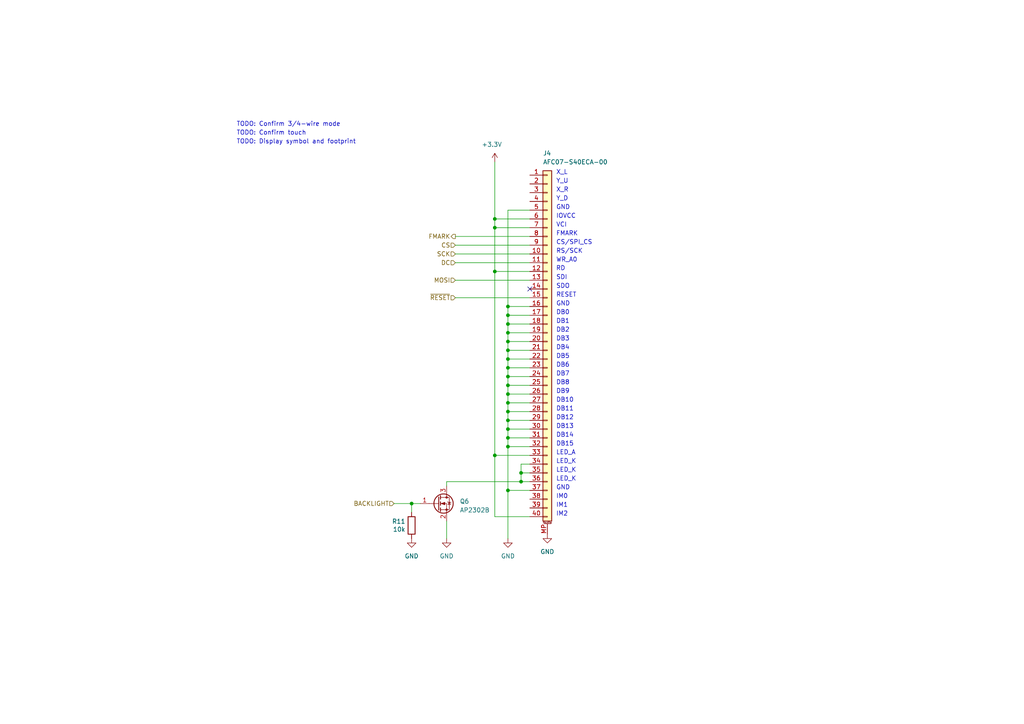
<source format=kicad_sch>
(kicad_sch (version 20230221) (generator eeschema)
  (paper "A4")
  (lib_symbols
    (symbol "Connector_Generic_MountingPin:Conn_01x40_MountingPin" (pin_names (offset 1.016) hide)
      (property "Reference" "J" (at 0 50.8 0))
      (property "Value" "Conn_01x40_MountingPin" (at 1.27 -53.34 0))
      (symbol "Conn_01x40_MountingPin_1_1"
        (rectangle (start -1.27 -50.673) (end 0 -50.927) (stroke (width 0.1524)))
        (rectangle (start -1.27 -48.133) (end 0 -48.387) (stroke (width 0.1524)))
        (rectangle (start -1.27 -45.593) (end 0 -45.847) (stroke (width 0.1524)))
        (rectangle (start -1.27 -43.053) (end 0 -43.307) (stroke (width 0.1524)))
        (rectangle (start -1.27 -40.513) (end 0 -40.767) (stroke (width 0.1524)))
        (rectangle (start -1.27 -37.973) (end 0 -38.227) (stroke (width 0.1524)))
        (rectangle (start -1.27 -35.433) (end 0 -35.687) (stroke (width 0.1524)))
        (rectangle (start -1.27 -32.893) (end 0 -33.147) (stroke (width 0.1524)))
        (rectangle (start -1.27 -30.353) (end 0 -30.607) (stroke (width 0.1524)))
        (rectangle (start -1.27 -27.813) (end 0 -28.067) (stroke (width 0.1524)))
        (rectangle (start -1.27 -25.273) (end 0 -25.527) (stroke (width 0.1524)))
        (rectangle (start -1.27 -22.733) (end 0 -22.987) (stroke (width 0.1524)))
        (rectangle (start -1.27 -20.193) (end 0 -20.447) (stroke (width 0.1524)))
        (rectangle (start -1.27 -17.653) (end 0 -17.907) (stroke (width 0.1524)))
        (rectangle (start -1.27 -15.113) (end 0 -15.367) (stroke (width 0.1524)))
        (rectangle (start -1.27 -12.573) (end 0 -12.827) (stroke (width 0.1524)))
        (rectangle (start -1.27 -10.033) (end 0 -10.287) (stroke (width 0.1524)))
        (rectangle (start -1.27 -7.493) (end 0 -7.747) (stroke (width 0.1524)))
        (rectangle (start -1.27 -4.953) (end 0 -5.207) (stroke (width 0.1524)))
        (rectangle (start -1.27 -2.413) (end 0 -2.667) (stroke (width 0.1524)))
        (rectangle (start -1.27 0.127) (end 0 -0.127) (stroke (width 0.1524)))
        (rectangle (start -1.27 2.667) (end 0 2.413) (stroke (width 0.1524)))
        (rectangle (start -1.27 5.207) (end 0 4.953) (stroke (width 0.1524)))
        (rectangle (start -1.27 7.747) (end 0 7.493) (stroke (width 0.1524)))
        (rectangle (start -1.27 10.287) (end 0 10.033) (stroke (width 0.1524)))
        (rectangle (start -1.27 12.827) (end 0 12.573) (stroke (width 0.1524)))
        (rectangle (start -1.27 15.367) (end 0 15.113) (stroke (width 0.1524)))
        (rectangle (start -1.27 17.907) (end 0 17.653) (stroke (width 0.1524)))
        (rectangle (start -1.27 20.447) (end 0 20.193) (stroke (width 0.1524)))
        (rectangle (start -1.27 22.987) (end 0 22.733) (stroke (width 0.1524)))
        (rectangle (start -1.27 25.527) (end 0 25.273) (stroke (width 0.1524)))
        (rectangle (start -1.27 28.067) (end 0 27.813) (stroke (width 0.1524)))
        (rectangle (start -1.27 30.607) (end 0 30.353) (stroke (width 0.1524)))
        (rectangle (start -1.27 33.147) (end 0 32.893) (stroke (width 0.1524)))
        (rectangle (start -1.27 35.687) (end 0 35.433) (stroke (width 0.1524)))
        (rectangle (start -1.27 38.227) (end 0 37.973) (stroke (width 0.1524)))
        (rectangle (start -1.27 40.767) (end 0 40.513) (stroke (width 0.1524)))
        (rectangle (start -1.27 43.307) (end 0 43.053) (stroke (width 0.1524)))
        (rectangle (start -1.27 45.847) (end 0 45.593) (stroke (width 0.1524)))
        (rectangle (start -1.27 48.387) (end 0 48.133) (stroke (width 0.1524)))
        (rectangle (start -1.27 49.53) (end 1.27 -52.07) (stroke (width 0.254)) (fill (type background)))
        (polyline (pts (xy -1.016 -52.832) (xy 1.016 -52.832)) (stroke (width 0.1524)))
        (text "Mounting" (at 0 -52.451 0) (effects (font (size 0.381 0.381))))
        (pin passive line (at -5.08 48.26 0) (length 3.81) (name "Pin_1") (number "1"))
        (pin passive line (at -5.08 25.4 0) (length 3.81) (name "Pin_10") (number "10"))
        (pin passive line (at -5.08 22.86 0) (length 3.81) (name "Pin_11") (number "11"))
        (pin passive line (at -5.08 20.32 0) (length 3.81) (name "Pin_12") (number "12"))
        (pin passive line (at -5.08 17.78 0) (length 3.81) (name "Pin_13") (number "13"))
        (pin passive line (at -5.08 15.24 0) (length 3.81) (name "Pin_14") (number "14"))
        (pin passive line (at -5.08 12.7 0) (length 3.81) (name "Pin_15") (number "15"))
        (pin passive line (at -5.08 10.16 0) (length 3.81) (name "Pin_16") (number "16"))
        (pin passive line (at -5.08 7.62 0) (length 3.81) (name "Pin_17") (number "17"))
        (pin passive line (at -5.08 5.08 0) (length 3.81) (name "Pin_18") (number "18"))
        (pin passive line (at -5.08 2.54 0) (length 3.81) (name "Pin_19") (number "19"))
        (pin passive line (at -5.08 45.72 0) (length 3.81) (name "Pin_2") (number "2"))
        (pin passive line (at -5.08 0 0) (length 3.81) (name "Pin_20") (number "20"))
        (pin passive line (at -5.08 -2.54 0) (length 3.81) (name "Pin_21") (number "21"))
        (pin passive line (at -5.08 -5.08 0) (length 3.81) (name "Pin_22") (number "22"))
        (pin passive line (at -5.08 -7.62 0) (length 3.81) (name "Pin_23") (number "23"))
        (pin passive line (at -5.08 -10.16 0) (length 3.81) (name "Pin_24") (number "24"))
        (pin passive line (at -5.08 -12.7 0) (length 3.81) (name "Pin_25") (number "25"))
        (pin passive line (at -5.08 -15.24 0) (length 3.81) (name "Pin_26") (number "26"))
        (pin passive line (at -5.08 -17.78 0) (length 3.81) (name "Pin_27") (number "27"))
        (pin passive line (at -5.08 -20.32 0) (length 3.81) (name "Pin_28") (number "28"))
        (pin passive line (at -5.08 -22.86 0) (length 3.81) (name "Pin_29") (number "29"))
        (pin passive line (at -5.08 43.18 0) (length 3.81) (name "Pin_3") (number "3"))
        (pin passive line (at -5.08 -25.4 0) (length 3.81) (name "Pin_30") (number "30"))
        (pin passive line (at -5.08 -27.94 0) (length 3.81) (name "Pin_31") (number "31"))
        (pin passive line (at -5.08 -30.48 0) (length 3.81) (name "Pin_32") (number "32"))
        (pin passive line (at -5.08 -33.02 0) (length 3.81) (name "Pin_33") (number "33"))
        (pin passive line (at -5.08 -35.56 0) (length 3.81) (name "Pin_34") (number "34"))
        (pin passive line (at -5.08 -38.1 0) (length 3.81) (name "Pin_35") (number "35"))
        (pin passive line (at -5.08 -40.64 0) (length 3.81) (name "Pin_36") (number "36"))
        (pin passive line (at -5.08 -43.18 0) (length 3.81) (name "Pin_37") (number "37"))
        (pin passive line (at -5.08 -45.72 0) (length 3.81) (name "Pin_38") (number "38"))
        (pin passive line (at -5.08 -48.26 0) (length 3.81) (name "Pin_39") (number "39"))
        (pin passive line (at -5.08 40.64 0) (length 3.81) (name "Pin_4") (number "4"))
        (pin passive line (at -5.08 -50.8 0) (length 3.81) (name "Pin_40") (number "40"))
        (pin passive line (at -5.08 38.1 0) (length 3.81) (name "Pin_5") (number "5"))
        (pin passive line (at -5.08 35.56 0) (length 3.81) (name "Pin_6") (number "6"))
        (pin passive line (at -5.08 33.02 0) (length 3.81) (name "Pin_7") (number "7"))
        (pin passive line (at -5.08 30.48 0) (length 3.81) (name "Pin_8") (number "8"))
        (pin passive line (at -5.08 27.94 0) (length 3.81) (name "Pin_9") (number "9"))
        (pin passive line (at 0 -55.88 90) (length 3.048) (name "MountPin") (number "MP"))
      )
    )
    (symbol "Device:Q_NMOS_GSD" (pin_names (offset 0) hide)
      (property "Reference" "Q" (at 5.08 1.27 0))
      (property "Value" "Q_NMOS_GSD" (at 5.08 -1.27 0))
      (symbol "Q_NMOS_GSD_0_1"
        (polyline (pts (xy 0.254 0) (xy -2.54 0)))
        (polyline (pts (xy 0.254 1.905) (xy 0.254 -1.905)) (stroke (width 0.254)))
        (polyline (pts (xy 0.762 -1.27) (xy 0.762 -2.286)) (stroke (width 0.254)))
        (polyline (pts (xy 0.762 0.508) (xy 0.762 -0.508)) (stroke (width 0.254)))
        (polyline (pts (xy 0.762 2.286) (xy 0.762 1.27)) (stroke (width 0.254)))
        (polyline (pts (xy 2.54 2.54) (xy 2.54 1.778)))
        (polyline (pts (xy 2.54 -2.54) (xy 2.54 0) (xy 0.762 0)))
        (polyline (pts (xy 0.762 -1.778) (xy 3.302 -1.778) (xy 3.302 1.778) (xy 0.762 1.778)))
        (polyline (pts (xy 1.016 0) (xy 2.032 0.381) (xy 2.032 -0.381) (xy 1.016 0)) (fill (type outline)))
        (polyline (pts (xy 2.794 0.508) (xy 2.921 0.381) (xy 3.683 0.381) (xy 3.81 0.254)))
        (polyline (pts (xy 3.302 0.381) (xy 2.921 -0.254) (xy 3.683 -0.254) (xy 3.302 0.381)))
        (circle (center 1.651 0) (radius 2.794) (stroke (width 0.254)))
        (circle (center 2.54 -1.778) (radius 0.254) (fill (type outline)))
        (circle (center 2.54 1.778) (radius 0.254) (fill (type outline)))
      )
      (symbol "Q_NMOS_GSD_1_1"
        (pin input line (at -5.08 0 0) (length 2.54) (name "G") (number "1"))
        (pin passive line (at 2.54 -5.08 90) (length 2.54) (name "S") (number "2"))
        (pin passive line (at 2.54 5.08 270) (length 2.54) (name "D") (number "3"))
      )
    )
    (symbol "Device:R" (pin_numbers hide) (pin_names (offset 0))
      (property "Reference" "R" (at 2.032 0 90))
      (property "Value" "R" (at 0 0 90))
      (symbol "R_0_1"
        (rectangle (start -1.016 -2.54) (end 1.016 2.54) (stroke (width 0.254)))
      )
      (symbol "R_1_1"
        (pin passive line (at 0 3.81 270) (length 1.27) (name "~") (number "1"))
        (pin passive line (at 0 -3.81 90) (length 1.27) (name "~") (number "2"))
      )
    )
    (symbol "power:+3.3V" (power) (pin_names (offset 0))
      (property "Value" "+3.3V" (at 0 3.556 0))
      (symbol "+3.3V_0_1"
        (polyline (pts (xy -0.762 1.27) (xy 0 2.54)))
        (polyline (pts (xy 0 0) (xy 0 2.54)))
        (polyline (pts (xy 0 2.54) (xy 0.762 1.27)))
      )
      (symbol "+3.3V_1_1"
        (pin power_in line (at 0 0 90) (length 0) hide (name "+3.3V") (number "1"))
      )
    )
    (symbol "power:GND" (power) (pin_names (offset 0))
      (property "Value" "GND" (at 0 -3.81 0))
      (symbol "GND_0_1"
        (polyline (pts (xy 0 0) (xy 0 -1.27) (xy 1.27 -1.27) (xy 0 -2.54) (xy -1.27 -1.27) (xy 0 -1.27)))
      )
      (symbol "GND_1_1"
        (pin power_in line (at 0 0 270) (length 0) hide (name "GND") (number "1"))
      )
    )
  )
  (junction (at 119.38 146.05))
  (junction (at 147.32 124.46))
  (junction (at 147.32 119.38))
  (junction (at 147.32 111.76))
  (junction (at 147.32 104.14))
  (junction (at 151.13 139.7))
  (junction (at 147.32 121.92))
  (junction (at 147.32 88.9))
  (junction (at 147.32 91.44))
  (junction (at 147.32 127))
  (junction (at 147.32 99.06))
  (junction (at 147.32 116.84))
  (junction (at 147.32 109.22))
  (junction (at 147.32 142.24))
  (junction (at 143.51 63.5))
  (junction (at 147.32 106.68))
  (junction (at 151.13 137.16))
  (junction (at 147.32 96.52))
  (junction (at 143.51 132.08))
  (junction (at 143.51 78.74))
  (junction (at 147.32 129.54))
  (junction (at 147.32 93.98))
  (junction (at 147.32 101.6))
  (junction (at 147.32 114.3))
  (junction (at 143.51 66.04))
  (no_connect (at 153.67 83.82))
  (wire (pts (xy 147.32 114.3) (xy 153.67 114.3)))
  (wire (pts (xy 147.32 116.84) (xy 147.32 119.38)))
  (wire (pts (xy 147.32 99.06) (xy 147.32 101.6)))
  (wire (pts (xy 147.32 127) (xy 153.67 127)))
  (wire (pts (xy 147.32 104.14) (xy 153.67 104.14)))
  (wire (pts (xy 147.32 111.76) (xy 147.32 114.3)))
  (wire (pts (xy 143.51 46.99) (xy 143.51 63.5)))
  (wire (pts (xy 147.32 114.3) (xy 147.32 116.84)))
  (wire (pts (xy 147.32 93.98) (xy 147.32 96.52)))
  (wire (pts (xy 147.32 106.68) (xy 153.67 106.68)))
  (wire (pts (xy 147.32 101.6) (xy 147.32 104.14)))
  (wire (pts (xy 151.13 137.16) (xy 151.13 139.7)))
  (wire (pts (xy 129.54 151.13) (xy 129.54 156.21)))
  (wire (pts (xy 147.32 60.96) (xy 147.32 88.9)))
  (wire (pts (xy 143.51 66.04) (xy 143.51 63.5)))
  (wire (pts (xy 132.08 86.36) (xy 153.67 86.36)))
  (wire (pts (xy 151.13 139.7) (xy 129.54 139.7)))
  (wire (pts (xy 147.32 109.22) (xy 147.32 111.76)))
  (wire (pts (xy 132.08 76.2) (xy 153.67 76.2)))
  (wire (pts (xy 119.38 146.05) (xy 121.92 146.05)))
  (wire (pts (xy 147.32 96.52) (xy 147.32 99.06)))
  (wire (pts (xy 151.13 139.7) (xy 153.67 139.7)))
  (wire (pts (xy 151.13 134.62) (xy 151.13 137.16)))
  (wire (pts (xy 143.51 78.74) (xy 143.51 66.04)))
  (wire (pts (xy 129.54 139.7) (xy 129.54 140.97)))
  (wire (pts (xy 147.32 93.98) (xy 153.67 93.98)))
  (wire (pts (xy 119.38 146.05) (xy 119.38 148.59)))
  (wire (pts (xy 151.13 137.16) (xy 153.67 137.16)))
  (wire (pts (xy 147.32 101.6) (xy 153.67 101.6)))
  (wire (pts (xy 147.32 104.14) (xy 147.32 106.68)))
  (wire (pts (xy 114.3 146.05) (xy 119.38 146.05)))
  (wire (pts (xy 153.67 132.08) (xy 143.51 132.08)))
  (wire (pts (xy 143.51 132.08) (xy 143.51 78.74)))
  (wire (pts (xy 132.08 73.66) (xy 153.67 73.66)))
  (wire (pts (xy 147.32 91.44) (xy 147.32 93.98)))
  (wire (pts (xy 147.32 142.24) (xy 153.67 142.24)))
  (wire (pts (xy 132.08 81.28) (xy 153.67 81.28)))
  (wire (pts (xy 153.67 134.62) (xy 151.13 134.62)))
  (wire (pts (xy 147.32 142.24) (xy 147.32 156.21)))
  (wire (pts (xy 147.32 129.54) (xy 147.32 142.24)))
  (wire (pts (xy 147.32 129.54) (xy 153.67 129.54)))
  (wire (pts (xy 147.32 99.06) (xy 153.67 99.06)))
  (wire (pts (xy 132.08 68.58) (xy 153.67 68.58)))
  (wire (pts (xy 147.32 119.38) (xy 147.32 121.92)))
  (wire (pts (xy 147.32 91.44) (xy 153.67 91.44)))
  (wire (pts (xy 147.32 111.76) (xy 153.67 111.76)))
  (wire (pts (xy 147.32 121.92) (xy 147.32 124.46)))
  (wire (pts (xy 147.32 109.22) (xy 153.67 109.22)))
  (wire (pts (xy 153.67 78.74) (xy 143.51 78.74)))
  (wire (pts (xy 153.67 60.96) (xy 147.32 60.96)))
  (wire (pts (xy 153.67 66.04) (xy 143.51 66.04)))
  (wire (pts (xy 143.51 63.5) (xy 153.67 63.5)))
  (wire (pts (xy 153.67 149.86) (xy 143.51 149.86)))
  (wire (pts (xy 147.32 116.84) (xy 153.67 116.84)))
  (wire (pts (xy 147.32 96.52) (xy 153.67 96.52)))
  (wire (pts (xy 147.32 119.38) (xy 153.67 119.38)))
  (wire (pts (xy 147.32 88.9) (xy 153.67 88.9)))
  (wire (pts (xy 147.32 127) (xy 147.32 129.54)))
  (wire (pts (xy 147.32 106.68) (xy 147.32 109.22)))
  (wire (pts (xy 147.32 124.46) (xy 147.32 127)))
  (wire (pts (xy 132.08 71.12) (xy 153.67 71.12)))
  (wire (pts (xy 147.32 124.46) (xy 153.67 124.46)))
  (wire (pts (xy 147.32 121.92) (xy 153.67 121.92)))
  (wire (pts (xy 143.51 149.86) (xy 143.51 132.08)))
  (wire (pts (xy 147.32 88.9) (xy 147.32 91.44)))
  (text "GND" (at 161.29 60.96 0) (effects (font (size 1.27 1.27)) (justify left bottom)))
  (text "RESET" (at 161.29 86.36 0) (effects (font (size 1.27 1.27)) (justify left bottom)))
  (text "LED_A" (at 161.29 132.08 0) (effects (font (size 1.27 1.27)) (justify left bottom)))
  (text "X_R" (at 161.29 55.88 0) (effects (font (size 1.27 1.27)) (justify left bottom)))
  (text "DB12" (at 161.29 121.92 0) (effects (font (size 1.27 1.27)) (justify left bottom)))
  (text "IM1" (at 161.29 147.32 0) (effects (font (size 1.27 1.27)) (justify left bottom)))
  (text "SDO" (at 161.29 83.82 0) (effects (font (size 1.27 1.27)) (justify left bottom)))
  (text "DB2" (at 161.29 96.52 0) (effects (font (size 1.27 1.27)) (justify left bottom)))
  (text "IM0" (at 161.29 144.78 0) (effects (font (size 1.27 1.27)) (justify left bottom)))
  (text "DB14" (at 161.29 127 0) (effects (font (size 1.27 1.27)) (justify left bottom)))
  (text "DB5" (at 161.29 104.14 0) (effects (font (size 1.27 1.27)) (justify left bottom)))
  (text "GND" (at 161.29 142.24 0) (effects (font (size 1.27 1.27)) (justify left bottom)))
  (text "DB7" (at 161.29 109.22 0) (effects (font (size 1.27 1.27)) (justify left bottom)))
  (text "DB6" (at 161.29 106.68 0) (effects (font (size 1.27 1.27)) (justify left bottom)))
  (text "TODO: Confirm 3/4-wire mode" (at 68.58 36.83 0) (effects (font (size 1.27 1.27)) (justify left bottom)))
  (text "DB1" (at 161.29 93.98 0) (effects (font (size 1.27 1.27)) (justify left bottom)))
  (text "LED_K" (at 161.29 139.7 0) (effects (font (size 1.27 1.27)) (justify left bottom)))
  (text "DB11" (at 161.29 119.38 0) (effects (font (size 1.27 1.27)) (justify left bottom)))
  (text "SDI" (at 161.29 81.28 0) (effects (font (size 1.27 1.27)) (justify left bottom)))
  (text "GND" (at 161.29 88.9 0) (effects (font (size 1.27 1.27)) (justify left bottom)))
  (text "DB15" (at 161.29 129.54 0) (effects (font (size 1.27 1.27)) (justify left bottom)))
  (text "DB8" (at 161.29 111.76 0) (effects (font (size 1.27 1.27)) (justify left bottom)))
  (text "TODO: Display symbol and footprint" (at 68.58 41.91 0) (effects (font (size 1.27 1.27)) (justify left bottom)))
  (text "RD" (at 161.2511 78.6778 0) (effects (font (size 1.27 1.27)) (justify left bottom)))
  (text "DB3" (at 161.29 99.06 0) (effects (font (size 1.27 1.27)) (justify left bottom)))
  (text "DB9" (at 161.29 114.3 0) (effects (font (size 1.27 1.27)) (justify left bottom)))
  (text "TODO: Confirm touch" (at 68.58 39.37 0) (effects (font (size 1.27 1.27)) (justify left bottom)))
  (text "DB0" (at 161.29 91.44 0) (effects (font (size 1.27 1.27)) (justify left bottom)))
  (text "IOVCC" (at 161.29 63.5 0) (effects (font (size 1.27 1.27)) (justify left bottom)))
  (text "CS/SPI_CS" (at 161.29 71.12 0) (effects (font (size 1.27 1.27)) (justify left bottom)))
  (text "VCI" (at 161.29 66.04 0) (effects (font (size 1.27 1.27)) (justify left bottom)))
  (text "DB10" (at 161.29 116.84 0) (effects (font (size 1.27 1.27)) (justify left bottom)))
  (text "FMARK" (at 161.29 68.58 0) (effects (font (size 1.27 1.27)) (justify left bottom)))
  (text "Y_U" (at 161.29 53.34 0) (effects (font (size 1.27 1.27)) (justify left bottom)))
  (text "WR_A0" (at 161.29 76.2 0) (effects (font (size 1.27 1.27)) (justify left bottom)))
  (text "RS/SCK" (at 161.29 73.66 0) (effects (font (size 1.27 1.27)) (justify left bottom)))
  (text "DB4" (at 161.29 101.6 0) (effects (font (size 1.27 1.27)) (justify left bottom)))
  (text "IM2" (at 161.29 149.86 0) (effects (font (size 1.27 1.27)) (justify left bottom)))
  (text "LED_K" (at 161.29 137.16 0) (effects (font (size 1.27 1.27)) (justify left bottom)))
  (text "Y_D" (at 161.29 58.42 0) (effects (font (size 1.27 1.27)) (justify left bottom)))
  (text "X_L" (at 161.29 50.8 0) (effects (font (size 1.27 1.27)) (justify left bottom)))
  (text "LED_K" (at 161.29 134.62 0) (effects (font (size 1.27 1.27)) (justify left bottom)))
  (text "DB13" (at 161.29 124.46 0) (effects (font (size 1.27 1.27)) (justify left bottom)))
  (hierarchical_label "BACKLIGHT" (shape input) (at 114.3 146.05 180))
  (hierarchical_label "FMARK" (shape output) (at 132.08 68.58 180))
  (hierarchical_label "SCK" (shape input) (at 132.08 73.66 180))
  (hierarchical_label "DC" (shape input) (at 132.08 76.2 180))
  (hierarchical_label "CS" (shape input) (at 132.08 71.12 180))
  (hierarchical_label "MOSI" (shape input) (at 132.08 81.28 180))
  (hierarchical_label "~{RESET}" (shape input) (at 132.08 86.36 180))
  (symbol (lib_id "power:GND") (at 147.32 156.21 0) (unit 1)
    (property "Reference" "#PWR043" (effects hide))
    (property "Value" "GND" (at 147.32 161.29 0))
  )
  (symbol (lib_id "Device:R") (at 119.38 152.4 0) (mirror y) (unit 1)
    (property "Reference" "R11" (at 117.602 151.2316 0) (effects (justify left)))
    (property "Value" "10k" (at 117.602 153.543 0) (effects (justify left)))
    (property "Footprint" "Resistor_SMD:R_0402_1005Metric" (effects hide))
    (instances (project "tr23-badge-r1" (path "" (reference "R11") (unit 1)) (path "" (reference "R20") (unit 1))))
  )
  (symbol (lib_id "Device:Q_NMOS_GSD") (at 127 146.05 0) (unit 1)
    (property "Reference" "Q6" (at 133.35 145.415 0) (effects (justify left)))
    (property "Value" "AP2302B" (at 133.35 147.955 0) (effects (justify left)))
    (property "MPN" "AP2302B" (effects hide))
    (property "LCSC" "C5224180" (effects hide))
  )
  (symbol (lib_id "power:GND") (at 119.38 156.21 0) (unit 1)
    (property "Reference" "#PWR040" (effects hide))
    (property "Value" "GND" (at 119.38 161.29 0))
  )
  (symbol (lib_id "power:+3.3V") (at 143.51 46.99 0) (unit 1)
    (property "Reference" "#PWR022" (effects hide))
    (property "Value" "+3.3V" (at 139.7 41.91 0) (effects (justify left)))
    (instances (project "tr23-badge-r1" (path "" (reference "#PWR022") (unit 1)) (path "" (reference "#PWR042") (unit 1))))
  )
  (symbol (lib_id "power:GND") (at 129.54 156.21 0) (unit 1)
    (property "Reference" "#PWR041" (effects hide))
    (property "Value" "GND" (at 129.54 161.29 0))
  )
  (symbol (lib_id "Connector_Generic_MountingPin:Conn_01x40_MountingPin") (at 158.75 99.06 0) (unit 1)
    (property "Reference" "J4" (at 157.48 44.45 0) (effects (justify left)))
    (property "Value" "AFC07-S40ECA-00" (at 157.48 46.99 0) (effects (justify left)))
    (property "MPN" "AFC07-S40ECA-00" (effects hide))
    (property "LCSC" "C262648" (effects hide))
    (property "Manufacturer" "Jushuo" (effects hide))
  )
  (symbol (lib_id "power:GND") (at 158.75 154.94 0) (unit 1)
    (property "Reference" "#PWR044" (effects hide))
    (property "Value" "GND" (at 158.75 160.02 0))
  )
)
</source>
